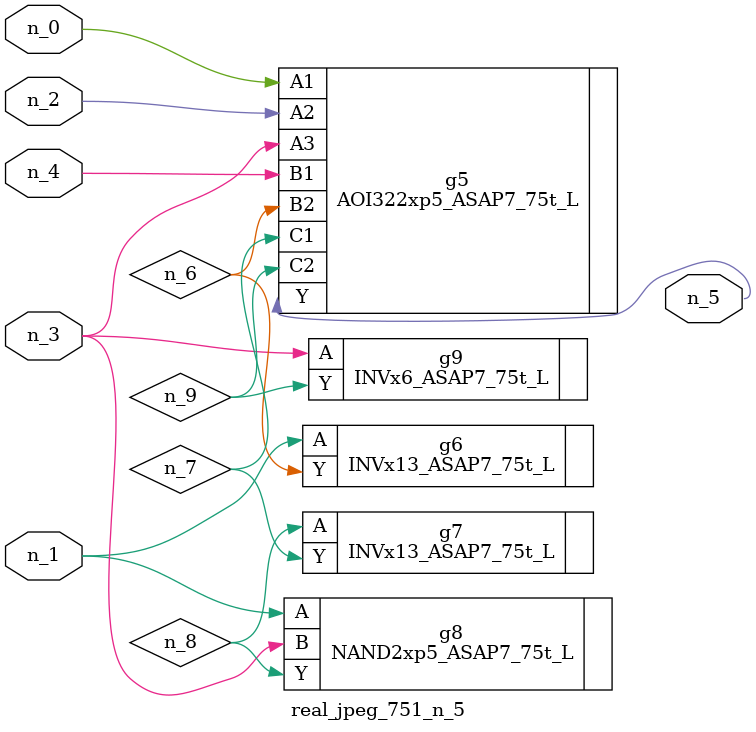
<source format=v>
module real_jpeg_751_n_5 (n_4, n_0, n_1, n_2, n_3, n_5);

input n_4;
input n_0;
input n_1;
input n_2;
input n_3;

output n_5;

wire n_8;
wire n_6;
wire n_7;
wire n_9;

AOI322xp5_ASAP7_75t_L g5 ( 
.A1(n_0),
.A2(n_2),
.A3(n_3),
.B1(n_4),
.B2(n_6),
.C1(n_7),
.C2(n_9),
.Y(n_5)
);

INVx13_ASAP7_75t_L g6 ( 
.A(n_1),
.Y(n_6)
);

NAND2xp5_ASAP7_75t_L g8 ( 
.A(n_1),
.B(n_3),
.Y(n_8)
);

INVx6_ASAP7_75t_L g9 ( 
.A(n_3),
.Y(n_9)
);

INVx13_ASAP7_75t_L g7 ( 
.A(n_8),
.Y(n_7)
);


endmodule
</source>
